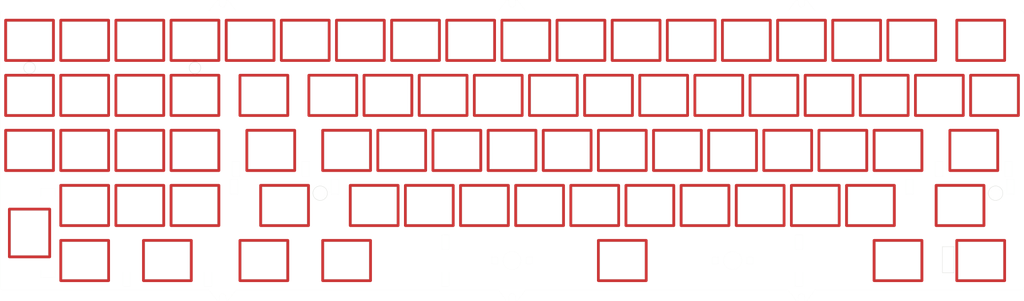
<source format=kicad_pcb>
(kicad_pcb (version 20211014) (generator pcbnew)
  (layers (0 "F.Cu" signal) (31 "B.Cu" signal) (34 "B.Paste" user) (35 "F.Paste" user) (36 "B.SilkS" user "B.Silkscreen") (37 "F.SilkS" user "F.Silkscreen") (38 "B.Mask" user) (39 "F.Mask" user) (44 "Edge.Cuts" user))
  (net 0 "")
  (footprint "Keyboard_Footprints:Plate_Cutout_Alps" (layer "F.Cu") (at 242.8875 114.3)
    (fp_text reference "Plate_Cutout_Alps" hide)
    (fp_text value "" hide)
    (fp_line (start 7.75 6.45) (end -7.75 6.45) (layer "Edge.Cuts") (width 0.1))
    (fp_line (start 7.75 -6.45) (end 7.75 6.45) (layer "Edge.Cuts") (width 0.1))
    (fp_line (start -7.75 -6.45) (end -7.75 6.45) (layer "Edge.Cuts") (width 0.1))
    (fp_line (start 7.75 -6.45) (end -7.75 -6.45) (layer "Edge.Cuts") (width 0.1))
  )
  (footprint "Keyboard_Footprints:Plate_Cutout_Alps" (layer "F.Cu") (at 76.2 95.25)
    (fp_text reference "Plate_Cutout_Alps" hide)
    (fp_text value "" hide)
    (fp_line (start 7.75 -6.45) (end -7.75 -6.45) (layer "Edge.Cuts") (width 0.1))
    (fp_line (start -7.75 -6.45) (end -7.75 6.45) (layer "Edge.Cuts") (width 0.1))
    (fp_line (start 7.75 6.45) (end -7.75 6.45) (layer "Edge.Cuts") (width 0.1))
    (fp_line (start 7.75 -6.45) (end 7.75 6.45) (layer "Edge.Cuts") (width 0.1))
  )
  (footprint "Keyboard_Footprints:Plate_Cutout_Alps" (layer "F.Cu") (at 285.75 38.1)
    (fp_text reference "Plate_Cutout_Alps" hide)
    (fp_text value "" hide)
    (fp_line (start 7.75 -6.45) (end -7.75 -6.45) (layer "Edge.Cuts") (width 0.1))
    (fp_line (start 7.75 -6.45) (end 7.75 6.45) (layer "Edge.Cuts") (width 0.1))
    (fp_line (start -7.75 -6.45) (end -7.75 6.45) (layer "Edge.Cuts") (width 0.1))
    (fp_line (start 7.75 6.45) (end -7.75 6.45) (layer "Edge.Cuts") (width 0.1))
  )
  (footprint "Keyboard_Footprints:Plate_Cutout_Alps" (layer "F.Cu") (at 266.7 38.1)
    (fp_text reference "Plate_Cutout_Alps" hide)
    (fp_text value "" hide)
    (fp_line (start 7.75 -6.45) (end 7.75 6.45) (layer "Edge.Cuts") (width 0.1))
    (fp_line (start -7.75 -6.45) (end -7.75 6.45) (layer "Edge.Cuts") (width 0.1))
    (fp_line (start 7.75 -6.45) (end -7.75 -6.45) (layer "Edge.Cuts") (width 0.1))
    (fp_line (start 7.75 6.45) (end -7.75 6.45) (layer "Edge.Cuts") (width 0.1))
  )
  (footprint "Keyboard_Footprints:Plate_Cutout_Alps" (layer "F.Cu") (at 304.8 38.1)
    (fp_text reference "Plate_Cutout_Alps" hide)
    (fp_text value "" hide)
    (fp_line (start -7.75 -6.45) (end -7.75 6.45) (layer "Edge.Cuts") (width 0.1))
    (fp_line (start 7.75 6.45) (end -7.75 6.45) (layer "Edge.Cuts") (width 0.1))
    (fp_line (start 7.75 -6.45) (end 7.75 6.45) (layer "Edge.Cuts") (width 0.1))
    (fp_line (start 7.75 -6.45) (end -7.75 -6.45) (layer "Edge.Cuts") (width 0.1))
  )
  (footprint "Keyboard_Footprints:Plate_Cutout_Alps" (layer "F.Cu") (at 323.85 38.1)
    (fp_text reference "Plate_Cutout_Alps" hide)
    (fp_text value "" hide)
    (fp_line (start 7.75 6.45) (end -7.75 6.45) (layer "Edge.Cuts") (width 0.1))
    (fp_line (start 7.75 -6.45) (end -7.75 -6.45) (layer "Edge.Cuts") (width 0.1))
    (fp_line (start 7.75 -6.45) (end 7.75 6.45) (layer "Edge.Cuts") (width 0.1))
    (fp_line (start -7.75 -6.45) (end -7.75 6.45) (layer "Edge.Cuts") (width 0.1))
  )
  (footprint "Keyboard_Footprints:Plate_Cutout_Alps" (layer "F.Cu") (at 338.1375 76.2)
    (fp_text reference "Plate_Cutout_Alps" hide)
    (fp_text value "" hide)
    (fp_line (start 7.75 -6.45) (end -7.75 -6.45) (layer "Edge.Cuts") (width 0.1))
    (fp_line (start 7.75 -6.45) (end 7.75 6.45) (layer "Edge.Cuts") (width 0.1))
    (fp_line (start 7.75 6.45) (end -7.75 6.45) (layer "Edge.Cuts") (width 0.1))
    (fp_line (start -7.75 -6.45) (end -7.75 6.45) (layer "Edge.Cuts") (width 0.1))
  )
  (footprint "Keyboard_Footprints:Plate_Cutout_Alps" (layer "F.Cu") (at 95.25 95.25)
    (fp_text reference "Plate_Cutout_Alps" hide)
    (fp_text value "" hide)
    (fp_line (start -7.75 -6.45) (end -7.75 6.45) (layer "Edge.Cuts") (width 0.1))
    (fp_line (start 7.75 -6.45) (end -7.75 -6.45) (layer "Edge.Cuts") (width 0.1))
    (fp_line (start 7.75 6.45) (end -7.75 6.45) (layer "Edge.Cuts") (width 0.1))
    (fp_line (start 7.75 -6.45) (end 7.75 6.45) (layer "Edge.Cuts") (width 0.1))
  )
  (footprint "Keyboard_Footprints:Plate_Cutout_Alps" (layer "F.Cu") (at 38.1 104.775 90)
    (fp_text reference "Plate_Cutout_Alps" hide)
    (fp_text value " " hide)
    (fp_line (start 7.75 -6.45) (end -7.75 -6.45) (layer "Edge.Cuts") (width 0.1))
    (fp_line (start 7.75 -6.45) (end 7.75 6.45) (layer "Edge.Cuts") (width 0.1))
    (fp_line (start -7.75 -6.45) (end -7.75 6.45) (layer "Edge.Cuts") (width 0.1))
    (fp_line (start 7.75 6.45) (end -7.75 6.45) (layer "Edge.Cuts") (width 0.1))
  )
  (footprint "Keyboard_Footprints:Plate_Cutout_Alps" (layer "F.Cu") (at 280.9875 76.2)
    (fp_text reference "Plate_Cutout_Alps" hide)
    (fp_text value "" hide)
    (fp_line (start 7.75 -6.45) (end 7.75 6.45) (layer "Edge.Cuts") (width 0.1))
    (fp_line (start -7.75 -6.45) (end -7.75 6.45) (layer "Edge.Cuts") (width 0.1))
    (fp_line (start 7.75 6.45) (end -7.75 6.45) (layer "Edge.Cuts") (width 0.1))
    (fp_line (start 7.75 -6.45) (end -7.75 -6.45) (layer "Edge.Cuts") (width 0.1))
  )
  (footprint "Keyboard_Footprints:Plate_Cutout_Alps" (layer "F.Cu") (at 57.15 57.15)
    (fp_text reference "Plate_Cutout_Alps" hide)
    (fp_text value "" hide)
    (fp_line (start 7.75 6.45) (end -7.75 6.45) (layer "Edge.Cuts") (width 0.1))
    (fp_line (start 7.75 -6.45) (end -7.75 -6.45) (layer "Edge.Cuts") (width 0.1))
    (fp_line (start -7.75 -6.45) (end -7.75 6.45) (layer "Edge.Cuts") (width 0.1))
    (fp_line (start 7.75 -6.45) (end 7.75 6.45) (layer "Edge.Cuts") (width 0.1))
  )
  (footprint "Keyboard_Footprints:Plate_Cutout_Alps" (layer "F.Cu") (at 366.7125 114.3)
    (fp_text reference "Plate_Cutout_Alps" hide)
    (fp_text value "" hide)
    (fp_line (start 7.75 6.45) (end -7.75 6.45) (layer "Edge.Cuts") (width 0.1))
    (fp_line (start -7.75 -6.45) (end -7.75 6.45) (layer "Edge.Cuts") (width 0.1))
    (fp_line (start 7.75 -6.45) (end 7.75 6.45) (layer "Edge.Cuts") (width 0.1))
    (fp_line (start 7.75 -6.45) (end -7.75 -6.45) (layer "Edge.Cuts") (width 0.1))
  )
  (footprint "Keyboard_Footprints:Plate_Cutout_Alps" (layer "F.Cu") (at 95.25 57.15)
    (fp_text reference "Plate_Cutout_Alps" hide)
    (fp_text value "" hide)
    (fp_line (start 7.75 6.45) (end -7.75 6.45) (layer "Edge.Cuts") (width 0.1))
    (fp_line (start 7.75 -6.45) (end 7.75 6.45) (layer "Edge.Cuts") (width 0.1))
    (fp_line (start 7.75 -6.45) (end -7.75 -6.45) (layer "Edge.Cuts") (width 0.1))
    (fp_line (start -7.75 -6.45) (end -7.75 6.45) (layer "Edge.Cuts") (width 0.1))
  )
  (footprint "Keyboard_Footprints:Plate_Cutout_Alps" (layer "F.Cu") (at 76.2 38.1)
    (fp_text reference "Plate_Cutout_Alps" hide)
    (fp_text value "" hide)
    (fp_line (start 7.75 6.45) (end -7.75 6.45) (layer "Edge.Cuts") (width 0.1))
    (fp_line (start -7.75 -6.45) (end -7.75 6.45) (layer "Edge.Cuts") (width 0.1))
    (fp_line (start 7.75 -6.45) (end -7.75 -6.45) (layer "Edge.Cuts") (width 0.1))
    (fp_line (start 7.75 -6.45) (end 7.75 6.45) (layer "Edge.Cuts") (width 0.1))
  )
  (footprint "Keyboard_Footprints:Plate_Cutout_Alps" (layer "F.Cu") (at 85.725 114.3)
    (fp_text reference "Plate_Cutout_Alps" hide)
    (fp_text value "" hide)
    (fp_line (start 7.75 -6.45) (end 7.75 6.45) (layer "Edge.Cuts") (width 0.1))
    (fp_line (start -7.75 -6.45) (end -7.75 6.45) (layer "Edge.Cuts") (width 0.1))
    (fp_line (start 7.75 6.45) (end -7.75 6.45) (layer "Edge.Cuts") (width 0.1))
    (fp_line (start 7.75 -6.45) (end -7.75 -6.45) (layer "Edge.Cuts") (width 0.1))
  )
  (footprint "Keyboard_Footprints:Plate_Cutout_Alps" (layer "F.Cu") (at 214.3125 95.25)
    (fp_text reference "Plate_Cutout_Alps" hide)
    (fp_text value "" hide)
    (fp_line (start 7.75 -6.45) (end 7.75 6.45) (layer "Edge.Cuts") (width 0.1))
    (fp_line (start 7.75 -6.45) (end -7.75 -6.45) (layer "Edge.Cuts") (width 0.1))
    (fp_line (start 7.75 6.45) (end -7.75 6.45) (layer "Edge.Cuts") (width 0.1))
    (fp_line (start -7.75 -6.45) (end -7.75 6.45) (layer "Edge.Cuts") (width 0.1))
  )
  (footprint "Keyboard_Footprints:Plate_Cutout_Alps" (layer "F.Cu") (at 57.15 38.1)
    (fp_text reference "Plate_Cutout_Alps" hide)
    (fp_text value "" hide)
    (fp_line (start -7.75 -6.45) (end -7.75 6.45) (layer "Edge.Cuts") (width 0.1))
    (fp_line (start 7.75 -6.45) (end -7.75 -6.45) (layer "Edge.Cuts") (width 0.1))
    (fp_line (start 7.75 -6.45) (end 7.75 6.45) (layer "Edge.Cuts") (width 0.1))
    (fp_line (start 7.75 6.45) (end -7.75 6.45) (layer "Edge.Cuts") (width 0.1))
  )
  (footprint "Keyboard_Footprints:Plate_Cutout_Alps" (layer "F.Cu") (at 223.8375 76.2)
    (fp_text reference "Plate_Cutout_Alps" hide)
    (fp_text value "" hide)
    (fp_line (start 7.75 -6.45) (end -7.75 -6.45) (layer "Edge.Cuts") (width 0.1))
    (fp_line (start 7.75 -6.45) (end 7.75 6.45) (layer "Edge.Cuts") (width 0.1))
    (fp_line (start 7.75 6.45) (end -7.75 6.45) (layer "Edge.Cuts") (width 0.1))
    (fp_line (start -7.75 -6.45) (end -7.75 6.45) (layer "Edge.Cuts") (width 0.1))
  )
  (footprint "Keyboard_Footprints:Plate_Cutout_Alps" (layer "F.Cu") (at 366.7125 38.1)
    (fp_text reference "Plate_Cutout_Alps" hide)
    (fp_text value "" hide)
    (fp_line (start 7.75 -6.45) (end 7.75 6.45) (layer "Edge.Cuts") (width 0.1))
    (fp_line (start 7.75 6.45) (end -7.75 6.45) (layer "Edge.Cuts") (width 0.1))
    (fp_line (start 7.75 -6.45) (end -7.75 -6.45) (layer "Edge.Cuts") (width 0.1))
    (fp_line (start -7.75 -6.45) (end -7.75 6.45) (layer "Edge.Cuts") (width 0.1))
  )
  (footprint "Keyboard_Footprints:Plate_Cutout_Alps" (layer "F.Cu") (at 119.0625 57.15)
    (fp_text reference "Plate_Cutout_Alps" hide)
    (fp_text value "" hide)
    (fp_line (start -7.75 -6.45) (end -7.75 6.45) (layer "Edge.Cuts") (width 0.1))
    (fp_line (start 7.75 6.45) (end -7.75 6.45) (layer "Edge.Cuts") (width 0.1))
    (fp_line (start 7.75 -6.45) (end 7.75 6.45) (layer "Edge.Cuts") (width 0.1))
    (fp_line (start 7.75 -6.45) (end -7.75 -6.45) (layer "Edge.Cuts") (width 0.1))
  )
  (footprint "Keyboard_Footprints:Plate_Cutout_Alps" (layer "F.Cu") (at 204.7875 76.2)
    (fp_text reference "Plate_Cutout_Alps" hide)
    (fp_text value "" hide)
    (fp_line (start -7.75 -6.45) (end -7.75 6.45) (layer "Edge.Cuts") (width 0.1))
    (fp_line (start 7.75 -6.45) (end 7.75 6.45) (layer "Edge.Cuts") (width 0.1))
    (fp_line (start 7.75 -6.45) (end -7.75 -6.45) (layer "Edge.Cuts") (width 0.1))
    (fp_line (start 7.75 6.45) (end -7.75 6.45) (layer "Edge.Cuts") (width 0.1))
  )
  (footprint "Keyboard_Footprints:Plate_Cutout_Alps" (layer "F.Cu") (at 300.0375 76.2)
    (fp_text reference "Plate_Cutout_Alps" hide)
    (fp_text value "" hide)
    (fp_line (start 7.75 -6.45) (end -7.75 -6.45) (layer "Edge.Cuts") (width 0.1))
    (fp_line (start 7.75 6.45) (end -7.75 6.45) (layer "Edge.Cuts") (width 0.1))
    (fp_line (start 7.75 -6.45) (end 7.75 6.45) (layer "Edge.Cuts") (width 0.1))
    (fp_line (start -7.75 -6.45) (end -7.75 6.45) (layer "Edge.Cuts") (width 0.1))
  )
  (footprint "Keyboard_Footprints:Plate_Cutout_Alps" (layer "F.Cu") (at 228.6 38.1)
    (fp_text reference "Plate_Cutout_Alps" hide)
    (fp_text value "" hide)
    (fp_line (start -7.75 -6.45) (end -7.75 6.45) (layer "Edge.Cuts") (width 0.1))
    (fp_line (start 7.75 -6.45) (end 7.75 6.45) (layer "Edge.Cuts") (width 0.1))
    (fp_line (start 7.75 -6.45) (end -7.75 -6.45) (layer "Edge.Cuts") (width 0.1))
    (fp_line (start 7.75 6.45) (end -7.75 6.45) (layer "Edge.Cuts") (width 0.1))
  )
  (footprint "Keyboard_Footprints:Plate_Cutout_Alps" (layer "F.Cu") (at 276.225 57.15)
    (fp_text reference "Plate_Cutout_Alps" hide)
    (fp_text value "" hide)
    (fp_line (start 7.75 -6.45) (end -7.75 -6.45) (layer "Edge.Cuts") (width 0.1))
    (fp_line (start 7.75 6.45) (end -7.75 6.45) (layer "Edge.Cuts") (width 0.1))
    (fp_line (start -7.75 -6.45) (end -7.75 6.45) (layer "Edge.Cuts") (width 0.1))
    (fp_line (start 7.75 -6.45) (end 7.75 6.45) (layer "Edge.Cuts") (width 0.1))
  )
  (footprint "Keyboard_Footprints:Plate_Cutout_Alps" (layer "F.Cu") (at 290.5125 95.25)
    (fp_text reference "Plate_Cutout_Alps" hide)
    (fp_text value "" hide)
    (fp_line (start 7.75 6.45) (end -7.75 6.45) (layer "Edge.Cuts") (width 0.1))
    (fp_line (start -7.75 -6.45) (end -7.75 6.45) (layer "Edge.Cuts") (width 0.1))
    (fp_line (start 7.75 -6.45) (end -7.75 -6.45) (layer "Edge.Cuts") (width 0.1))
    (fp_line (start 7.75 -6.45) (end 7.75 6.45) (layer "Edge.Cuts") (width 0.1))
  )
  (footprint "Keyboard_Footprints:Plate_Cutout_Alps" (layer "F.Cu") (at 371.475 57.15)
    (fp_text reference "Plate_Cutout_Alps" hide)
    (fp_text value "" hide)
    (fp_line (start 7.75 6.45) (end -7.75 6.45) (layer "Edge.Cuts") (width 0.1))
    (fp_line (start -7.75 -6.45) (end -7.75 6.45) (layer "Edge.Cuts") (width 0.1))
    (fp_line (start 7.75 -6.45) (end -7.75 -6.45) (layer "Edge.Cuts") (width 0.1))
    (fp_line (start 7.75 -6.45) (end 7.75 6.45) (layer "Edge.Cuts") (width 0.1))
  )
  (footprint "Keyboard_Footprints:Plate_Cutout_Alps" (layer "F.Cu") (at 233.3625 95.25)
    (fp_text reference "Plate_Cutout_Alps" hide)
    (fp_text value "" hide)
    (fp_line (start 7.75 -6.45) (end 7.75 6.45) (layer "Edge.Cuts") (width 0.1))
    (fp_line (start 7.75 -6.45) (end -7.75 -6.45) (layer "Edge.Cuts") (width 0.1))
    (fp_line (start -7.75 -6.45) (end -7.75 6.45) (layer "Edge.Cuts") (width 0.1))
    (fp_line (start 7.75 6.45) (end -7.75 6.45) (layer "Edge.Cuts") (width 0.1))
  )
  (footprint "Keyboard_Footprints:Plate_Cutout_Alps" (layer "F.Cu") (at 147.6375 114.3)
    (fp_text reference "Plate_Cutout_Alps" hide)
    (fp_text value "" hide)
    (fp_line (start 7.75 -6.45) (end -7.75 -6.45) (layer "Edge.Cuts") (width 0.1))
    (fp_line (start 7.75 6.45) (end -7.75 6.45) (layer "Edge.Cuts") (width 0.1))
    (fp_line (start -7.75 -6.45) (end -7.75 6.45) (layer "Edge.Cuts") (width 0.1))
    (fp_line (start 7.75 -6.45) (end 7.75 6.45) (layer "Edge.Cuts") (width 0.1))
  )
  (footprint "Keyboard_Footprints:Plate_Cutout_Alps" (layer "F.Cu") (at 180.975 57.15)
    (fp_text reference "Plate_Cutout_Alps" hide)
    (fp_text value "" hide)
    (fp_line (start 7.75 -6.45) (end 7.75 6.45) (layer "Edge.Cuts") (width 0.1))
    (fp_line (start -7.75 -6.45) (end -7.75 6.45) (layer "Edge.Cuts") (width 0.1))
    (fp_line (start 7.75 6.45) (end -7.75 6.45) (layer "Edge.Cuts") (width 0.1))
    (fp_line (start 7.75 -6.45) (end -7.75 -6.45) (layer "Edge.Cuts") (width 0.1))
  )
  (footprint "Keyboard_Footprints:Plate_Cutout_Alps" (layer "F.Cu") (at 57.15 114.3)
    (fp_text reference "Plate_Cutout_Alps" hide)
    (fp_text value "" hide)
    (fp_line (start -7.75 -6.45) (end -7.75 6.45) (layer "Edge.Cuts") (width 0.1))
    (fp_line (start 7.75 -6.45) (end -7.75 -6.45) (layer "Edge.Cuts") (width 0.1))
    (fp_line (start 7.75 -6.45) (end 7.75 6.45) (layer "Edge.Cuts") (width 0.1))
    (fp_line (start 7.75 6.45) (end -7.75 6.45) (layer "Edge.Cuts") (width 0.1))
  )
  (footprint "Keyboard_Footprints:Plate_Cutout_Alps" (layer "F.Cu") (at 76.2 57.15)
    (fp_text reference "Plate_Cutout_Alps" hide)
    (fp_text value "" hide)
    (fp_line (start 7.75 -6.45) (end 7.75 6.45) (layer "Edge.Cuts") (width 0.1))
    (fp_line (start 7.75 6.45) (end -7.75 6.45) (layer "Edge.Cuts") (width 0.1))
    (fp_line (start 7.75 -6.45) (end -7.75 -6.45) (layer "Edge.Cuts") (width 0.1))
    (fp_line (start -7.75 -6.45) (end -7.75 6.45) (layer "Edge.Cuts") (width 0.1))
  )
  (footprint "Keyboard_Footprints:Plate_Cutout_Alps" (layer "F.Cu") (at 147.6375 76.2)
    (fp_text reference "Plate_Cutout_Alps" hide)
    (fp_text value "" hide)
    (fp_line (start 7.75 -6.45) (end -7.75 -6.45) (layer "Edge.Cuts") (width 0.1))
    (fp_line (start 7.75 -6.45) (end 7.75 6.45) (layer "Edge.Cuts") (width 0.1))
    (fp_line (start -7.75 -6.45) (end -7.75 6.45) (layer "Edge.Cuts") (width 0.1))
    (fp_line (start 7.75 6.45) (end -7.75 6.45) (layer "Edge.Cuts") (width 0.1))
  )
  (footprint "Keyboard_Footprints:Plate_Cutout_Alps" (layer "F.Cu") (at 185.7375 76.2)
    (fp_text reference "Plate_Cutout_Alps" hide)
    (fp_text value "" hide)
    (fp_line (start 7.75 -6.45) (end -7.75 -6.45) (layer "Edge.Cuts") (width 0.1))
    (fp_line (start 7.75 6.45) (end -7.75 6.45) (layer "Edge.Cuts") (width 0.1))
    (fp_line (start 7.75 -6.45) (end 7.75 6.45) (layer "Edge.Cuts") (width 0.1))
    (fp_line (start -7.75 -6.45) (end -7.75 6.45) (layer "Edge.Cuts") (width 0.1))
  )
  (footprint "Keyboard_Footprints:Plate_Cutout_Alps" (layer "F.Cu") (at 257.175 57.15)
    (fp_text reference "Plate_Cutout_Alps" hide)
    (fp_text value "" hide)
    (fp_line (start 7.75 6.45) (end -7.75 6.45) (layer "Edge.Cuts") (width 0.1))
    (fp_line (start 7.75 -6.45) (end 7.75 6.45) (layer "Edge.Cuts") (width 0.1))
    (fp_line (start -7.75 -6.45) (end -7.75 6.45) (layer "Edge.Cuts") (width 0.1))
    (fp_line (start 7.75 -6.45) (end -7.75 -6.45) (layer "Edge.Cuts") (width 0.1))
  )
  (footprint "Keyboard_Footprints:Plate_Cutout_Alps" (layer "F.Cu") (at 271.4625 95.25)
    (fp_text reference "Plate_Cutout_Alps" hide)
    (fp_text value "" hide)
    (fp_line (start 7.75 6.45) (end -7.75 6.45) (layer "Edge.Cuts") (width 0.1))
    (fp_line (start -7.75 -6.45) (end -7.75 6.45) (layer "Edge.Cuts") (width 0.1))
    (fp_line (start 7.75 -6.45) (end -7.75 -6.45) (layer "Edge.Cuts") (width 0.1))
    (fp_line (start 7.75 -6.45) (end 7.75 6.45) (layer "Edge.Cuts") (width 0.1))
  )
  (footprint "Keyboard_Footprints:Plate_Cutout_Alps" (layer "F.Cu") (at 38.1 38.1)
    (fp_text reference "Plate_Cutout_Alps" hide)
    (fp_text value "" hide)
    (fp_line (start 7.75 6.45) (end -7.75 6.45) (layer "Edge.Cuts") (width 0.1))
    (fp_line (start -7.75 -6.45) (end -7.75 6.45) (layer "Edge.Cuts") (width 0.1))
    (fp_line (start 7.75 -6.45) (end 7.75 6.45) (layer "Edge.Cuts") (width 0.1))
    (fp_line (start 7.75 -6.45) (end -7.75 -6.45) (layer "Edge.Cuts") (width 0.1))
  )
  (footprint "Keyboard_Footprints:Plate_Cutout_Alps" (layer "F.Cu") (at 157.1625 95.25)
    (fp_text reference "Plate_Cutout_Alps" hide)
    (fp_text value "" hide)
    (fp_line (start 7.75 -6.45) (end -7.75 -6.45) (layer "Edge.Cuts") (width 0.1))
    (fp_line (start -7.75 -6.45) (end -7.75 6.45) (layer "Edge.Cuts") (width 0.1))
    (fp_line (start 7.75 6.45) (end -7.75 6.45) (layer "Edge.Cuts") (width 0.1))
    (fp_line (start 7.75 -6.45) (end 7.75 6.45) (layer "Edge.Cuts") (width 0.1))
  )
  (footprint "Keyboard_Footprints:Plate_Cutout_Alps" (layer "F.Cu") (at 161.925 57.15)
    (fp_text reference "Plate_Cutout_Alps" hide)
    (fp_text value "" hide)
    (fp_line (start 7.75 -6.45) (end 7.75 6.45) (layer "Edge.Cuts") (width 0.1))
    (fp_line (start 7.75 6.45) (end -7.75 6.45) (layer "Edge.Cuts") (width 0.1))
    (fp_line (start -7.75 -6.45) (end -7.75 6.45) (layer "Edge.Cuts") (width 0.1))
    (fp_line (start 7.75 -6.45) (end -7.75 -6.45) (layer "Edge.Cuts") (width 0.1))
  )
  (footprint "Keyboard_Footprints:Plate_Cutout_Alps" (layer "F.Cu") (at 219.075 57.15)
    (fp_text reference "Plate_Cutout_Alps" hide)
    (fp_text value "" hide)
    (fp_line (start 7.75 6.45) (end -7.75 6.45) (layer "Edge.Cuts") (width 0.1))
    (fp_line (start 7.75 -6.45) (end 7.75 6.45) (layer "Edge.Cuts") (width 0.1))
    (fp_line (start -7.75 -6.45) (end -7.75 6.45) (layer "Edge.Cuts") (width 0.1))
    (fp_line (start 7.75 -6.45) (end -7.75 -6.45) (layer "Edge.Cuts") (width 0.1))
  )
  (footprint "Keyboard_Footprints:Plate_Cutout_Alps" (layer "F.Cu") (at 38.1 57.15)
    (fp_text reference "Plate_Cutout_Alps" hide)
    (fp_text value "" hide)
    (fp_line (start 7.75 -6.45) (end -7.75 -6.45) (layer "Edge.Cuts") (width 0.1))
    (fp_line (start 7.75 6.45) (end -7.75 6.45) (layer "Edge.Cuts") (width 0.1))
    (fp_line (start -7.75 -6.45) (end -7.75 6.45) (layer "Edge.Cuts") (width 0.1))
    (fp_line (start 7.75 -6.45) (end 7.75 6.45) (layer "Edge.Cuts") (width 0.1))
  )
  (footprint "Keyboard_Footprints:Plate_Cutout_Alps" (layer "F.Cu") (at 190.5 38.1)
    (fp_text reference "Plate_Cutout_Alps" hide)
    (fp_text value "" hide)
    (fp_line (start 7.75 -6.45) (end -7.75 -6.45) (layer "Edge.Cuts") (width 0.1))
    (fp_line (start -7.75 -6.45) (end -7.75 6.45) (layer "Edge.Cuts") (width 0.1))
    (fp_line (start 7.75 6.45) (end -7.75 6.45) (layer "Edge.Cuts") (width 0.1))
    (fp_line (start 7.75 -6.45) (end 7.75 6.45) (layer "Edge.Cuts") (width 0.1))
  )
  (footprint "Keyboard_Footprints:Plate_Cutout_Alps" (layer "F.Cu") (at 314.325 57.15)
    (fp_text reference "Plate_Cutout_Alps" hide)
    (fp_text value "" hide)
    (fp_line (start -7.75 -6.45) (end -7.75 6.45) (layer "Edge.Cuts") (width 0.1))
    (fp_line (start 7.75 -6.45) (end -7.75 -6.45) (layer "Edge.Cuts") (width 0.1))
    (fp_line (start 7.75 6.45) (end -7.75 6.45) (layer "Edge.Cuts") (width 0.1))
    (fp_line (start 7.75 -6.45) (end 7.75 6.45) (layer "Edge.Cuts") (width 0.1))
  )
  (footprint "Keyboard_Footprints:Plate_Cutout_Alps" (layer "F.Cu") (at 247.65 38.1)
    (fp_text reference "Plate_Cutout_Alps" hide)
    (fp_text value "" hide)
    (fp_line (start 7.75 -6.45) (end 7.75 6.45) (layer "Edge.Cuts") (width 0.1))
    (fp_line (start -7.75 -6.45) (end -7.75 6.45) (layer "Edge.Cuts") (width 0.1))
    (fp_line (start 7.75 6.45) (end -7.75 6.45) (layer "Edge.Cuts") (width 0.1))
    (fp_line (start 7.75 -6.45) (end -7.75 -6.45) (layer "Edge.Cuts") (width 0.1))
  )
  (footprint "Keyboard_Footprints:Plate_Cutout_Alps" (layer "F.Cu") (at 126.20625 95.25)
    (fp_text reference "Plate_Cutout_Alps" hide)
    (fp_text value "" hide)
    (fp_line (start 7.75 -6.45) (end -7.75 -6.45) (layer "Edge.Cuts") (width 0.1))
    (fp_line (start -7.75 -6.45) (end -7.75 6.45) (layer "Edge.Cuts") (width 0.1))
    (fp_line (start 7.75 6.45) (end -7.75 6.45) (layer "Edge.Cuts") (width 0.1))
    (fp_line (start 7.75 -6.45) (end 7.75 6.45) (layer "Edge.Cuts") (width 0.1))
  )
  (footprint "Keyboard_Footprints:Plate_Cutout_Alps" (layer "F.Cu") (at 95.25 38.1)
    (fp_text reference "Plate_Cutout_Alps" hide)
    (fp_text value "" hide)
    (fp_line (start 7.75 -6.45) (end 7.75 6.45) (layer "Edge.Cuts") (width 0.1))
    (fp_line (start -7.75 -6.45) (end -7.75 6.45) (layer "Edge.Cuts") (width 0.1))
    (fp_line (start 7.75 6.45) (end -7.75 6.45) (layer "Edge.Cuts") (width 0.1))
    (fp_line (start 7.75 -6.45) (end -7.75 -6.45) (layer "Edge.Cuts") (width 0.1))
  )
  (footprint "Keyboard_Footprints:Plate_Cutout_Alps" (layer "F.Cu") (at 195.2625 95.25)
    (fp_text reference "Plate_Cutout_Alps" hide)
    (fp_text value "" hide)
    (fp_line (start 7.75 6.45) (end -7.75 6.45) (layer "Edge.Cuts") (width 0.1))
    (fp_line (start 7.75 -6.45) (end -7.75 -6.45) (layer "Edge.Cuts") (width 0.1))
    (fp_line (start 7.75 -6.45) (end 7.75 6.45) (layer "Edge.Cuts") (width 0.1))
    (fp_line (start -7.75 -6.45) (end -7.75 6.45) (layer "Edge.Cuts") (width 0.1))
  )
  (footprint "Keyboard_Footprints:Plate_Cutout_Alps" (layer "F.Cu") (at 152.4 38.1)
    (fp_text reference "Plate_Cutout_Alps" hide)
    (fp_text value "" hide)
    (fp_line (start 7.75 6.45) (end -7.75 6.45) (layer "Edge.Cuts") (width 0.1))
    (fp_line (start 7.75 -6.45) (end -7.75 -6.45) (layer "Edge.Cuts") (width 0.1))
    (fp_line (start -7.75 -6.45) (end -7.75 6.45) (layer "Edge.Cuts") (width 0.1))
    (fp_line (start 7.75 -6.45) (end 7.75 6.45) (layer "Edge.Cuts") (width 0.1))
  )
  (footprint "Keyboard_Footprints:Plate_Cutout_Alps" (layer "F.Cu") (at 57.15 76.2)
    (fp_text reference "Plate_Cutout_Alps" hide)
    (fp_text value "" hide)
    (fp_line (start 7.75 6.45) (end -7.75 6.45) (layer "Edge.Cuts") (width 0.1))
    (fp_line (start -7.75 -6.45) (end -7.75 6.45) (layer "Edge.Cuts") (width 0.1))
    (fp_line (start 7.75 -6.45) (end -7.75 -6.45) (layer "Edge.Cuts") (width 0.1))
    (fp_line (start 7.75 -6.45) (end 7.75 6.45) (layer "Edge.Cuts") (width 0.1))
  )
  (footprint "Keyboard_Footprints:Plate_Cutout_Alps" (layer "F.Cu") (at 171.45 38.1)
    (fp_text reference "Plate_Cutout_Alps" hide)
    (fp_text value "" hide)
    (fp_line (start 7.75 -6.45) (end 7.75 6.45) (layer "Edge.Cuts") (width 0.1))
    (fp_line (start 7.75 -6.45) (end -7.75 -6.45) (layer "Edge.Cuts") (width 0.1))
    (fp_line (start 7.75 6.45) (end -7.75 6.45) (layer "Edge.Cuts") (width 0.1))
    (fp_line (start -7.75 -6.45) (end -7.75 6.45) (layer "Edge.Cuts") (width 0.1))
  )
  (footprint "Keyboard_Footprints:Plate_Cutout_Alps" (layer "F.Cu") (at 352.425 57.15)
    (fp_text reference "Plate_Cutout_Alps" hide)
    (fp_text value "" hide)
    (fp_line (start 7.75 6.45) (end -7.75 6.45) (layer "Edge.Cuts") (width 0.1))
    (fp_line (start 7.75 -6.45) (end 7.75 6.45) (layer "Edge.Cuts") (width 0.1))
    (fp_line (start 7.75 -6.45) (end -7.75 -6.45) (layer "Edge.Cuts") (width 0.1))
    (fp_line (start -7.75 -6.45) (end -7.75 6.45) (layer "Edge.Cuts") (width 0.1))
  )
  (footprint "Keyboard_Footprints:Plate_Cutout_Alps" (layer "F.Cu") (at 121.44375 76.2)
    (fp_text reference "Plate_Cutout_Alps" hide)
    (fp_text value "" hide)
    (fp_line (start 7.75 -6.45) (end -7.75 -6.45) (layer "Edge.Cuts") (width 0.1))
    (fp_line (start 7.75 -6.45) (end 7.75 6.45) (layer "Edge.Cuts") (width 0.1))
    (fp_line (start 7.75 6.45) (end -7.75 6.45) (layer "Edge.Cuts") (width 0.1))
    (fp_line (start -7.75 -6.45) (end -7.75 6.45) (layer "Edge.Cuts") (width 0.1))
  )
  (footprint "Keyboard_Footprints:Plate_Cutout_Alps" (layer "F.Cu") (at 319.0875 76.2)
    (fp_text reference "Plate_Cutout_Alps" hide)
    (fp_text value "" hide)
    (fp_line (start 7.75 6.45) (end -7.75 6.45) (layer "Edge.Cuts") (width 0.1))
    (fp_line (start -7.75 -6.45) (end -7.75 6.45) (layer "Edge.Cuts") (width 0.1))
    (fp_line (start 7.75 -6.45) (end 7.75 6.45) (layer "Edge.Cuts") (width 0.1))
    (fp_line (start 7.75 -6.45) (end -7.75 -6.45) (layer "Edge.Cuts") (width 0.1))
  )
  (footprint "Keyboard_Footprints:Plate_Cutout_Alps" (layer "F.Cu") (at 309.5625 95.25)
    (fp_text reference "Plate_Cutout_Alps" hide)
    (fp_text value "" hide)
    (fp_line (start -7.75 -6.45) (end -7.75 6.45) (layer "Edge.Cuts") (width 0.1))
    (fp_line (start 7.75 6.45) (end -7.75 6.45) (layer "Edge.Cuts") (width 0.1))
    (fp_line (start 7.75 -6.45) (end 7.75 6.45) (layer "Edge.Cuts") (width 0.1))
    (fp_line (start 7.75 -6.45) (end -7.75 -6.45) (layer "Edge.Cuts") (width 0.1))
  )
  (footprint "Keyboard_Footprints:Plate_Cutout_Alps" (layer "F.Cu") (at 342.9 38.1)
    (fp_text reference "Plate_Cutout_Alps" hide)
    (fp_text value "" hide)
    (fp_line (start -7.75 -6.45) (end -7.75 6.45) (layer "Edge.Cuts") (width 0.1))
    (fp_line (start 7.75 6.45) (end -7.75 6.45) (layer "Edge.Cuts") (width 0.1))
    (fp_line (start 7.75 -6.45) (end -7.75 -6.45) (layer "Edge.Cuts") (width 0.1))
    (fp_line (start 7.75 -6.45) (end 7.75 6.45) (layer "Edge.Cuts") (width 0.1))
  )
  (footprint "Keyboard_Footprints:Plate_Cutout_Alps" (layer "F.Cu") (at 295.275 57.15)
    (fp_text reference "Plate_Cutout_Alps" hide)
    (fp_text value "" hide)
    (fp_line (start 7.75 -6.45) (end 7.75 6.45) (layer "Edge.Cuts") (width 0.1))
    (fp_line (start 7.75 6.45) (end -7.75 6.45) (layer "Edge.Cuts") (width 0.1))
    (fp_line (start -7.75 -6.45) (end -7.75 6.45) (layer "Edge.Cuts") (width 0.1))
    (fp_line (start 7.75 -6.45) (end -7.75 -6.45) (layer "Edge.Cuts") (width 0.1))
  )
  (footprint "Keyboard_Footprints:Plate_Cutout_Alps" (layer "F.Cu") (at 76.2 76.2)
    (fp_text reference "Plate_Cutout_Alps" hide)
    (fp_text value "" hide)
    (fp_line (start -7.75 -6.45) (end -7.75 6.45) (layer "Edge.Cuts") (width 0.1))
    (fp_line (start 7.75 -6.45) (end -7.75 -6.45) (layer "Edge.Cuts") (width 0.1))
    (fp_line (start 7.75 -6.45) (end 7.75 6.45) (layer "Edge.Cuts") (width 0.1))
    (fp_line (start 7.75 6.45) (end -7.75 6.45) (layer "Edge.Cuts") (width 0.1))
  )
  (footprint "Keyboard_Footprints:Plate_Cutout_Alps" (layer "F.Cu") (at 338.1375 114.3)
    (fp_text reference "Plate_Cutout_Alps" hide)
    (fp_text value "" hide)
    (fp_line (start 7.75 6.45) (end -7.75 6.45) (layer "Edge.Cuts") (width 0.1))
    (fp_line (start -7.75 -6.45) (end -7.75 6.45) (layer "Edge.Cuts") (width 0.1))
    (fp_line (start 7.75 -6.45) (end 7.75 6.45) (layer "Edge.Cuts") (width 0.1))
    (fp_line (start 7.75 -6.45) (end -7.75 -6.45) (layer "Edge.Cuts") (width 0.1))
  )
  (footprint "Keyboard_Footprints:Plate_Cutout_Alps" (layer "F.Cu") (at 364.33125 76.2)
    (fp_text reference "Plate_Cutout_Alps" hide)
    (fp_text value "" hide)
    (fp_line (start 7.75 -6.45) (end -7.75 -6.45) (layer "Edge.Cuts") (width 0.1))
    (fp_line (start 7.75 -6.45) (end 7.75 6.45) (layer "Edge.Cuts") (width 0.1))
    (fp_line (start 7.75 6.45) (end -7.75 6.45) (layer "Edge.Cuts") (width 0.1))
    (fp_line (start -7.75 -6.45) (end -7.75 6.45) (layer "Edge.Cuts") (width 0.1))
  )
  (footprint "Keyboard_Footprints:Plate_Cutout_Alps" (layer "F.Cu") (at 252.4125 95.25)
    (fp_text reference "Plate_Cutout_Alps" hide)
    (fp_text value "" hide)
    (fp_line (start 7.75 -6.45) (end 7.75 6.45) (layer "Edge.Cuts") (width 0.1))
    (fp_line (start 7.75 -6.45) (end -7.75 -6.45) (layer "Edge.Cuts") (width 0.1))
    (fp_line (start 7.75 6.45) (end -7.75 6.45) (layer "Edge.Cuts") (width 0.1))
    (fp_line (start -7.75 -6.45) (end -7.75 6.45) (layer "Edge.Cuts") (width 0.1))
  )
  (footprint "Keyboard_Footprints:Plate_Cutout_Alps" (layer "F.Cu") (at 119.0625 114.3)
    (fp_text reference "Plate_Cutout_Alps" hide)
    (fp_text value "" hide)
    (fp_line (start 7.75 6.45) (end -7.75 6.45) (layer "Edge.Cuts") (width 0.1))
    (fp_line (start 7.75 -6.45) (end -7.75 -6.45) (layer "Edge.Cuts") (width 0.1))
    (fp_line (start 7.75 -6.45) (end 7.75 6.45) (layer "Edge.Cuts") (width 0.1))
    (fp_line (start -7.75 -6.45) (end -7.75 6.45) (layer "Edge.Cuts") (width 0.1))
  )
  (footprint "Keyboard_Footprints:Plate_Cutout_Alps" (layer "F.Cu") (at 209.55 38.1)
    (fp_text reference "Plate_Cutout_Alps" hide)
    (fp_text value "" hide)
    (fp_line (start 7.75 -6.45) (end 7.75 6.45) (layer "Edge.Cuts") (width 0.1))
    (fp_line (start -7.75 -6.45) (end -7.75 6.45) (layer "Edge.Cuts") (width 0.1))
    (fp_line (start 7.75 6.45) (end -7.75 6.45) (layer "Edge.Cuts") (width 0.1))
    (fp_line (start 7.75 -6.45) (end -7.75 -6.45) (layer "Edge.Cuts") (width 0.1))
  )
  (footprint "Keyboard_Footprints:Plate_Cutout_Alps" (layer "F.Cu") (at 114.3 38.1)
    (fp_text reference "Plate_Cutout_Alps" hide)
    (fp_text value "" hide)
    (fp_line (start 7.75 6.45) (end -7.75 6.45) (layer "Edge.Cuts") (width 0.1))
    (fp_line (start -7.75 -6.45) (end -7.75 6.45) (layer "Edge.Cuts") (width 0.1))
    (fp_line (start 7.75 -6.45) (end 7.75 6.45) (layer "Edge.Cuts") (width 0.1))
    (fp_line (start 7.75 -6.45) (end -7.75 -6.45) (layer "Edge.Cuts") (width 0.1))
  )
  (footprint "Keyboard_Footprints:Plate_Cutout_Alps" (layer "F.Cu") (at 38.1 76.2)
    (fp_text reference "Plate_Cutout_Alps" hide)
    (fp_text value "" hide)
    (fp_line (start 7.75 6.45) (end -7.75 6.45) (layer "Edge.Cuts") (width 0.1))
    (fp_line (start 7.75 -6.45) (end 7.75 6.45) (layer "Edge.Cuts") (width 0.1))
    (fp_line (start 7.75 -6.45) (end -7.75 -6.45) (layer "Edge.Cuts") (width 0.1))
    (fp_line (start -7.75 -6.45) (end -7.75 6.45) (layer "Edge.Cuts") (width 0.1))
  )
  (footprint "Keyboard_Footprints:Plate_Cutout_Alps" (layer "F.Cu") (at 133.35 38.1)
    (fp_text reference "Plate_Cutout_Alps" hide)
    (fp_text value "" hide)
    (fp_line (start 7.75 6.45) (end -7.75 6.45) (layer "Edge.Cuts") (width 0.1))
    (fp_line (start -7.75 -6.45) (end -7.75 6.45) (layer "Edge.Cuts") (width 0.1))
    (fp_line (start 7.75 -6.45) (end 7.75 6.45) (layer "Edge.Cuts") (width 0.1))
    (fp_line (start 7.75 -6.45) (end -7.75 -6.45) (layer "Edge.Cuts") (width 0.1))
  )
  (footprint "Keyboard_Footprints:Plate_Cutout_Alps" (layer "F.Cu") (at 176.2125 95.25)
    (fp_text reference "Plate_Cutout_Alps" hide)
    (fp_text value "" hide)
    (fp_line (start 7.75 6.45) (end -7.75 6.45) (layer "Edge.Cuts") (width 0.1))
    (fp_line (start -7.75 -6.45) (end -7.75 6.45) (layer "Edge.Cuts") (width 0.1))
    (fp_line (start 7.75 -6.45) (end 7.75 6.45) (layer "Edge.Cuts") (width 0.1))
    (fp_line (start 7.75 -6.45) (end -7.75 -6.45) (layer "Edge.Cuts") (width 0.1))
  )
  (footprint "Keyboard_Footprints:Plate_Cutout_Alps" (layer "F.Cu") (at 242.8875 76.2)
    (fp_text reference "Plate_Cutout_Alps" hide)
    (fp_text value "" hide)
    (fp_line (start 7.75 -6.45) (end 7.75 6.45) (layer "Edge.Cuts") (width 0.1))
    (fp_line (start -7.75 -6.45) (end -7.75 6.45) (layer "Edge.Cuts") (width 0.1))
    (fp_line (start 7.75 6.45) (end -7.75 6.45) (layer "Edge.Cuts") (width 0.1))
    (fp_line (start 7.75 -6.45) (end -7.75 -6.45) (layer "Edge.Cuts") (width 0.1))
  )
  (footprint "Keyboard_Footprints:Plate_Cutout_Alps" (layer "F.Cu") (at 166.6875 76.2)
    (fp_text reference "Plate_Cutout_Alps" hide)
    (fp_text value "" hide)
    (fp_line (start 7.75 6.45) (end -7.75 6.45) (layer "Edge.Cuts") (width 0.1))
    (fp_line (start -7.75 -6.45) (end -7.75 6.45) (layer "Edge.Cuts") (width 0.1))
    (fp_line (start 7.75 -6.45) (end -7.75 -6.45) (layer "Edge.Cuts") (width 0.1))
    (fp_line (start 7.75 -6.45) (end 7.75 6.45) (layer "Edge.Cuts") (width 0.1))
  )
  (footprint "Keyboard_Footprints:Plate_Cutout_Alps" (layer "F.Cu") (at 261.9375 76.2)
    (fp_text reference "Plate_Cutout_Alps" hide)
    (fp_text value "" hide)
    (fp_line (start 7.75 6.45) (end -7.75 6.45) (layer "Edge.Cuts") (width 0.1))
    (fp_line (start 7.75 -6.45) (end 7.75 6.45) (layer "Edge.Cuts") (width 0.1))
    (fp_line (start 7.75 -6.45) (end -7.75 -6.45) (layer "Edge.Cuts") (width 0.1))
    (fp_line (start -7.75 -6.45) (end -7.75 6.45) (layer "Edge.Cuts") (width 0.1))
  )
  (footprint "Keyboard_Footprints:Plate_Cutout_Alps" (layer "F.Cu") (at 359.56875 95.25)
    (fp_text reference "Plate_Cutout_Alps" hide)
    (fp_text value "" hide)
    (fp_line (start 7.75 6.45) (end -7.75 6.45) (layer "Edge.Cuts") (width 0.1))
    (fp_line (start -7.75 -6.45) (end -7.75 6.45) (layer "Edge.Cuts") (width 0.1))
    (fp_line (start 7.75 -6.45) (end 7.75 6.45) (layer "Edge.Cuts") (width 0.1))
    (fp_line (start 7.75 -6.45) (end -7.75 -6.45) (layer "Edge.Cuts") (width 0.1))
  )
  (footprint "Keyboard_Footprints:Plate_Cutout_Alps" (layer "F.Cu") (at 95.25 76.2)
    (fp_text reference "Plate_Cutout_Alps" hide)
    (fp_text value "" hide)
    (fp_line (start 7.75 -6.45) (end -7.75 -6.45) (layer "Edge.Cuts") (width 0.1))
    (fp_line (start 7.75 -6.45) (end 7.75 6.45) (layer "Edge.Cuts") (width 0.1))
    (fp_line (start 7.75 6.45) (end -7.75 6.45) (layer "Edge.Cuts") (width 0.1))
    (fp_line (start -7.75 -6.45) (end -7.75 6.45) (layer "Edge.Cuts") (width 0.1))
  )
  (footprint "Keyboard_Footprints:Plate_Cutout_Alps" (layer "F.Cu") (at 333.375 57.15)
    (fp_text reference "Plate_Cutout_Alps" hide)
    (fp_text value "" hide)
    (fp_line (start -7.75 -6.45) (end -7.75 6.45) (layer "Edge.Cuts") (width 0.1))
    (fp_line (start 7.75 -6.45) (end -7.75 -6.45) (layer "Edge.Cuts") (width 0.1))
    (fp_line (start 7.75 6.45) (end -7.75 6.45) (layer "Edge.Cuts") (width 0.1))
    (fp_line (start 7.75 -6.45) (end 7.75 6.45) (layer "Edge.Cuts") (width 0.1))
  )
  (footprint "Keyboard_Footprints:Plate_Cutout_Alps" (layer "F.Cu") (at 238.125 57.15)
    (fp_text reference "Plate_Cutout_Alps" hide)
    (fp_text value "" hide)
    (fp_line (start 7.75 -6.45) (end -7.75 -6.45) (layer "Edge.Cuts") (width 0.1))
    (fp_line (start 7.75 -6.45) (end 7.75 6.45) (layer "Edge.Cuts") (width 0.1))
    (fp_line (start 7.75 6.45) (end -7.75 6.45) (layer "Edge.Cuts") (width 0.1))
    (fp_line (start -7.75 -6.45) (end -7.75 6.45) (layer "Edge.Cuts") (width 0.1))
  )
  (footprint "Keyboard_Footprints:Plate_Cutout_Alps" (layer "F.Cu") (at 328.6125 95.25)
    (fp_text reference "Plate_Cutout_Alps" hide)
    (fp_text value "" hide)
    (fp_line (start -7.75 -6.45) (end -7.75 6.45) (layer "Edge.Cuts") (width 0.1))
    (fp_line (start 7.75 -6.45) (end 7.75 6.45) (layer "Edge.Cuts") (width 0.1))
    (fp_line (start 7.75 6.45) (end -7.75 6.45) (layer "Edge.Cuts") (width 0.1))
    (fp_line (start 7.75 -6.45) (end -7.75 -6.45) (layer "Edge.Cuts") (width 0.1))
  )
  (footprint "Keyboard_Footprints:Plate_Cutout_Alps" (layer "F.Cu") (at 200.025 57.15)
    (fp_text reference "Plate_Cutout_Alps" hide)
    (fp_text value "" hide)
    (fp_line (start -7.75 -6.45) (end -7.75 6.45) (layer "Edge.Cuts") (width 0.1))
    (fp_line (start 7.75 6.45) (end -7.75 6.45) (layer "Edge.Cuts") (width 0.1))
    (fp_line (start 7.75 -6.45) (end -7.75 -6.45) (layer "Edge.Cuts") (width 0.1))
    (fp_line (start 7.75 -6.45) (end 7.75 6.45) (layer "Edge.Cuts") (width 0.1))
  )
  (footprint "Keyboard_Footprints:Plate_Cutout_Alps" (layer "F.Cu") (at 57.15 95.25)
    (fp_text reference "Plate_Cutout_Alps" hide)
    (fp_text value "" hide)
    (fp_line (start 7.75 6.45) (end -7.75 6.45) (layer "Edge.Cuts") (width 0.1))
    (fp_line (start 7.75 -6.45) (end -7.75 -6.45) (layer "Edge.Cuts") (width 0.1))
    (fp_line (start 7.75 -6.45) (end 7.75 6.45) (layer "Edge.Cuts") (width 0.1))
    (fp_line (start -7.75 -6.45) (end -7.75 6.45) (layer "Edge.Cuts") (width 0.1))
  )
  (footprint "Keyboard_Footprints:Plate_Cutout_Alps" (layer "F.Cu") (at 142.875 57.15)
    (fp_text reference "Plate_Cutout_Alps" hide)
    (fp_text value "" hide)
    (fp_line (start 7.75 6.45) (end -7.75 6.45) (layer "Edge.Cuts") (width 0.1))
    (fp_line (start 7.75 -6.45) (end -7.75 -6.45) (layer "Edge.Cuts") (width 0.1))
    (fp_line (start -7.75 -6.45) (end -7.75 6.45) (layer "Edge.Cuts") (width 0.1))
    (fp_line (start 7.75 -6.45) (end 7.75 6.45) (layer "Edge.Cuts") (width 0.1))
  )
  (gr_circle (center 371.8625 91) (end 374.3625 91) (layer "Edge.Cuts") (width 0.1) (fill none))
  (gr_line (start 47.05 89.375) (end 47.05 91.975) (layer "Edge.Cuts") (width 0.01))
  (gr_line (start 41.95 117.575) (end 41.95 120.175) (layer "Edge.Cuts") (width 0.01))
  (gr_line (start 41.95 120.175) (end 47.05 120.175) (layer "Edge.Cuts") (width 0.01))
  (gr_line (start 107.50625 91.4) (end 110.10625 91.4) (layer "Edge.Cuts") (width 0.01))
  (gr_line (start 107.50625 86.3) (end 107.50625 91.4) (layer "Edge.Cuts") (width 0.01))
  (gr_line (start 47.05 117.575) (end 41.95 117.575) (layer "Edge.Cuts") (width 0.01))
  (gr_line (start 47.05 120.175) (end 47.05 117.575) (layer "Edge.Cuts") (width 0.01))
  (gr_line (start 47.05 91.975) (end 41.95 91.975) (layer "Edge.Cuts") (width 0.01))
  (gr_line (start 41.95 89.375) (end 47.05 89.375) (layer "Edge.Cuts") (width 0.01))
  (gr_line (start 41.95 91.975) (end 41.95 89.375) (layer "Edge.Cuts") (width 0.01))
  (gr_line (start 353.5 109.5) (end 357.5 109.5) (layer "Edge.Cuts") (width 0.1))
  (gr_line (start 357.5 109.5) (end 357.5 118.5) (layer "Edge.Cuts") (width 0.1))
  (gr_line (start 199.9125 113.2) (end 199.9125 115.4) (layer "Edge.Cuts") (width 0.01))
  (gr_arc (start 381.675 123.5) (mid 381.382107 124.207107) (end 380.675 124.5) (layer "Edge.Cuts") (width 0.01))
  (gr_line (start 377.63125 80.05) (end 377.63125 85.15) (layer "Edge.Cuts") (width 0.01))
  (gr_line (start 377.63125 85.15) (end 375.03125 85.15) (layer "Edge.Cuts") (width 0.01))
  (gr_line (start 106.5875 128.25) (end 109.4375 124.5) (layer "Edge.Cuts") (width 0.01))
  (gr_line (start 105.9875 25.4) (end 105.9875 24.65) (layer "Edge.Cuts") (width 0.01))
  (gr_line (start 300.1375 124.5) (end 209.4375 124.5) (layer "Edge.Cuts") (width 0.01))
  (gr_line (start 105.9875 24.15) (end 105.9875 24.65) (layer "Edge.Cuts") (width 0.01))
  (gr_line (start 70.325 118.15) (end 70.325 123.25) (layer "Edge.Cuts") (width 0.01))
  (gr_line (start 305.9875 25.4) (end 305.9875 24.15) (layer "Edge.Cuts") (width 0.01))
  (gr_circle (center 204.7875 114.3) (end 207.9125 114.3) (layer "Edge.Cuts") (width 0.01) (fill none))
  (gr_line (start 202.9875 24.15) (end 200.1375 27.9) (layer "Edge.Cuts") (width 0.01))
  (gr_line (start 306.5875 24.15) (end 305.9875 24.15) (layer "Edge.Cuts") (width 0.01))
  (gr_line (start 351.031253 80.05) (end 351.031253 85.15) (layer "Edge.Cuts") (width 0.01))
  (gr_line (start 199.9125 115.4) (end 197.7125 115.4) (layer "Edge.Cuts") (width 0.01))
  (gr_line (start 197.7125 115.4) (end 197.7125 113.2) (layer "Edge.Cuts") (width 0.01))
  (gr_line (start 211.8625 115.4) (end 209.6625 115.4) (layer "Edge.Cuts") (width 0.01))
  (gr_line (start 72.925 118.15) (end 70.325 118.15) (layer "Edge.Cuts") (width 0.01))
  (gr_line (start 353.5 118.5) (end 357.5 118.5) (layer "Edge.Cuts") (width 0.1))
  (gr_arc (start 203.5875 127) (mid 204.7875 125.8) (end 205.9875 127) (layer "Edge.Cuts") (width 0.01))
  (gr_line (start 375.03125 85.15) (end 375.03125 80.05) (layer "Edge.Cuts") (width 0.01))
  (gr_line (start 180.4875 118.15) (end 180.4875 123.25) (layer "Edge.Cuts") (width 0.01))
  (gr_line (start 206.5875 24.15) (end 209.4375 27.9) (layer "Edge.Cuts") (width 0.01))
  (gr_line (start 70.325 123.25) (end 72.925 123.25) (layer "Edge.Cuts") (width 0.01))
  (gr_arc (start 27.9 28.9) (mid 28.192893 28.192893) (end 28.9 27.9) (layer "Edge.Cuts") (width 0.01))
  (gr_line (start 105.9875 127) (end 105.9875 127.75) (layer "Edge.Cuts") (width 0.01))
  (gr_line (start 353.631253 80.05) (end 351.031253 80.05) (layer "Edge.Cuts") (width 0.01))
  (gr_line (start 302.6875 110.45) (end 302.6875 105.35) (layer "Edge.Cuts") (width 0.01))
  (gr_line (start 300.1375 27.9) (end 209.4375 27.9) (layer "Edge.Cuts") (width 0.01))
  (gr_line (start 106.5875 128.25) (end 105.9875 128.25) (layer "Edge.Cuts") (width 0.01))
  (gr_line (start 144.90625 91.4) (end 142.30625 91.4) (layer "Edge.Cuts") (width 0.01))
  (gr_line (start 340.86875 86.3) (end 340.86875 91.4) (layer "Edge.Cuts") (width 0.01))
  (gr_line (start 303.5875 25.4) (end 303.5875 24.15) (layer "Edge.Cuts") (width 0.01))
  (gr_line (start 305.2875 118.15) (end 305.2875 123.25) (layer "Edge.Cuts") (width 0.01))
  (gr_line (start 183.0875 123.25) (end 183.0875 118.15) (layer "Edge.Cuts") (width 0.01))
  (gr_line (start 183.0875 110.45) (end 180.4875 110.45) (layer "Edge.Cuts") (width 0.01))
  (gr_circle (center 95.25 47.625) (end 97.25 47.625) (layer "Edge.Cuts") (width 0.1) (fill none))
  (gr_line (start 101.125 118.15) (end 101.125 123.25) (layer "Edge.Cuts") (width 0.01))
  (gr_line (start 180.4875 105.35) (end 183.0875 105.35) (layer "Edge.Cuts") (width 0.01))
  (gr_line (start 132.14375 80.05) (end 134.74375 80.05) (layer "Edge.Cuts") (width 0.01))
  (gr_line (start 343.46875 86.3) (end 340.86875 86.3) (layer "Edge.Cuts") (width 0.01))
  (gr_line (start 276.1125 115.4) (end 276.1125 113.2) (layer "Edge.Cuts") (width 0.01))
  (gr_line (start 98.525 118.15) (end 101.125 118.15) (layer "Edge.Cuts") (width 0.01))
  (gr_line (start 110.10625 91.4) (end 110.10625 86.3) (layer "Edge.Cuts") (width 0.01))
  (gr_line (start 285.8625 115.4) (end 288.0625 115.4) (layer "Edge.Cuts") (width 0.01))
  (gr_line (start 209.6625 115.4) (end 209.6625 113.2) (layer "Edge.Cuts") (width 0.01))
  (gr_line (start 305.9875 127) (end 305.9875 128.25) (layer "Edge.Cuts") (width 0.01))
  (gr_line (start 378.26875 86.3) (end 378.26875 91.4) (layer "Edge.Cuts") (width 0.01))
  (gr_line (start 206.5875 128.25) (end 209.4375 124.5) (layer "Edge.Cuts") (width 0.01))
  (gr_line (start 351.031253 85.15) (end 353.631253 85.15) (layer "Edge.Cuts") (width 0.01))
  (gr_line (start 343.46875 91.4) (end 343.46875 86.3) (layer "Edge.Cuts") (width 0.01))
  (gr_arc (start 303.5875 127) (mid 304.7875 125.8) (end 305.9875 127) (layer "Edge.Cuts") (width 0.01))
  (gr_arc (start 28.9 124.5) (mid 28.192893 124.207107) (end 27.9 123.5) (layer "Edge.Cuts") (width 0.01))
  (gr_line (start 102.9875 24.15) (end 103.5875 24.15) (layer "Edge.Cuts") (width 0.01))
  (gr_line (start 305.2875 123.25) (end 302.6875 123.25) (layer "Edge.Cuts") (width 0.01))
  (gr_line (start 302.6875 118.15) (end 305.2875 118.15) (layer "Edge.Cuts") (width 0.01))
  (gr_arc (start 103.5875 127) (mid 104.7875 125.8) (end 105.9875 127) (layer "Edge.Cuts") (width 0.01))
  (gr_line (start 72.925 123.25) (end 72.925 118.15) (layer "Edge.Cuts") (width 0.01))
  (gr_line (start 302.9875 128.25) (end 300.1375 124.5) (layer "Edge.Cuts") (width 0.01))
  (gr_line (start 375.66875 86.3) (end 378.26875 86.3) (layer "Edge.Cuts") (width 0.01))
  (gr_line (start 27.9 123.5) (end 27.9 28.9) (layer "Edge.Cuts") (width 0.01))
  (gr_line (start 110.743753 85.15) (end 110.743753 80.05) (layer "Edge.Cuts") (width 0.01))
  (gr_line (start 203.5875 25.4) (end 203.5875 24.15) (layer "Edge.Cuts") (width 0.01))
  (gr_line (start 110.10625 86.3) (end 107.50625 86.3) (layer "Edge.Cuts") (width 0.01))
  (gr_line (start 134.74375 80.05) (end 134.74375 85.15) (layer "Edge.Cuts") (width 0.01))
  (gr_arc (start 305.9875 25.4) (mid 304.7875 26.6) (end 303.5875 25.4) (layer "Edge.Cuts") (width 0.01))
  (gr_line (start 200.1375 27.9) (end 109.4375 27.9) (layer "Edge.Cuts") (width 0.01))
  (gr_line (start 211.8625 113.2) (end 211.8625 115.4) (layer "Edge.Cuts") (width 0.01))
  (gr_circle (center 38.1 47.625) (end 40.1 47.625) (layer "Edge.Cuts") (width 0.1) (fill none))
  (gr_line (start 142.30625 86.3) (end 144.90625 86.3) (layer "Edge.Cuts") (width 0.01))
  (gr_line (start 302.9875 24.15) (end 300.1375 27.9) (layer "Edge.Cuts") (width 0.01))
  (gr_line (start 306.5875 128.25) (end 305.9875 128.25) (layer "Edge.Cuts") (width 0.01))
  (gr_line (start 110.743753 80.05) (end 108.143753 80.05) (layer "Edge.Cuts") (width 0.01))
  (gr_line (start 103.5875 24.15) (end 103.5875 24.65) (layer "Edge.Cuts") (width 0.01))
  (gr_circle (center 280.9875 114.3) (end 284.1125 114.3) (layer "Edge.Cuts") (width 0.01) (fill none))
  (gr_line (start 108.143753 80.05) (end 108.143753 85.15) (layer "Edge.Cuts") (width 0.01))
  (gr_line (start 378.26875 91.4) (end 375.66875 91.4) (layer "Edge.Cuts") (width 0.01))
  (gr_line (start 381.675 123.5) (end 381.675 28.9) (layer "Edge.Cuts") (width 0.01))
  (gr_line (start 306.5875 128.25) (end 309.4375 124.5) (layer "Edge.Cuts") (width 0.01))
  (gr_line (start 180.4875 123.25) (end 183.0875 123.25) (layer "Edge.Cuts") (width 0.01))
  (gr_line (start 303.5875 127) (end 303.5875 128.25) (layer "Edge.Cuts") (width 0.01))
  (gr_line (start 98.525 123.25) (end 98.525 118.15) (layer "Edge.Cuts") (width 0.01))
  (gr_line (start 102.9875 128.25) (end 103.5875 128.25) (layer "Edge.Cuts") (width 0.01))
  (gr_line (start 134.74375 85.15) (end 132.14375 85.15) (layer "Edge.Cuts") (width 0.01))
  (gr_line (start 340.86875 91.4) (end 343.46875 91.4) (layer "Edge.Cuts") (width 0.01))
  (gr_line (start 353.5 109.5) (end 353.5 118.5) (layer "Edge.Cuts") (width 0.1))
  (gr_line (start 144.90625 86.3) (end 144.90625 91.4) (layer "Edge.Cuts") (width 0.01))
  (gr_line (start 102.9875 24.15) (end 100.1375 27.9) (layer "Edge.Cuts") (width 0.01))
  (gr_circle (center 138.5 91) (end 141 91) (layer "Edge.Cuts") (width 0.1) (fill none))
  (gr_line (start 302.9875 24.15) (end 303.5875 24.15) (layer "Edge.Cuts") (width 0.01))
  (gr_line (start 108.143753 85.15) (end 110.743753 85.15) (layer "Edge.Cuts") (width 0.01))
  (gr_line (start 142.30625 91.4) (end 142.30625 86.3) (layer "Edge.Cuts") (width 0.01))
  (gr_line (start 288.0625 113.2) (end 285.8625 113.2) (layer "Edge.Cuts") (width 0.01))
  (gr_line (start 206.5875 128.25) (end 205.9875 128.25) (layer "Edge.Cuts") (width 0.01))
  (gr_line (start 206.5875 24.15) (end 205.9875 24.15) (layer "Edge.Cuts") (width 0.01))
  (gr_line (start 183.0875 105.35) (end 183.0875 110.45) (layer "Edge.Cuts") (width 0.01))
  (gr_line (start 103.5875 25.4) (end 103.5875 24.65) (layer "Edge.Cuts") (width 0.01))
  (gr_line (start 183.0875 118.15) (end 180.4875 118.15) (layer "Edge.Cuts") (width 0.01))
  (gr_line (start 305.2875 110.45) (end 302.6875 110.45) (layer "Edge.Cuts") (width 0.01))
  (gr_line (start 209.6625 113.2) (end 211.8625 113.2) (layer "Edge.Cuts") (width 0.01))
  (gr_line (start 273.9125 113.2) (end 273.9125 115.4) (layer "Edge.Cuts") (width 0.01))
  (gr_line (start 302.6875 105.35) (end 305.2875 105.35) (layer "Edge.Cuts") (width 0.01))
  (gr_line (start 202.9875 128.25) (end 200.1375 124.5) (layer "Edge.Cuts") (width 0.01))
  (gr_line (start 375.03125 80.05) (end 377.63125 80.05) (layer "Edge.Cuts") (width 0.01))
  (gr_line (start 380.675 124.5) (end 309.4375 124.5) (layer "Edge.Cuts") (width 0.01))
  (gr_line (start 197.7125 113.2) (end 199.9125 113.2) (layer "Edge.Cuts") (width 0.01))
  (gr_line (start 306.5875 24.15) (end 309.4375 27.9) (layer "Edge.Cuts") (width 0.01))
  (gr_line (start 100.1375 124.5) (end 28.9 124.5) (layer "Edge.Cuts") (width 0.01))
  (gr_line (start 302.6875 123.25) (end 302.6875 118.15) (layer "Edge.Cuts") (width 0.01))
  (gr_line (start 180.4875 110.45) (end 180.4875 105.35) (layer "Edge.Cuts") (width 0.01))
  (gr_line (start 105.9875 128.25) (end 105.9875 127.75) (layer "Edge.Cuts") (width 0.01))
  (gr_line (start 273.9125 115.4) (end 276.1125 115.4) (layer "Edge.Cuts") (width 0.01))
  (gr_line (start 302.9875 128.25) (end 303.5875 128.25) (layer "Edge.Cuts") (width 0.01))
  (gr_line (start 305.2875 105.35) (end 305.2875 110.45) (layer "Edge.Cuts") (width 0.01))
  (gr_line (start 200.1375 124.5) (end 109.4375 124.5) (layer "Edge.Cuts") (width 0.01))
  (gr_line (start 101.125 123.25) (end 98.525 123.25) (layer "Edge.Cuts") (width 0.01))
  (gr_line (start 202.9875 128.25) (end 203.5875 128.25) (layer "Edge.Cuts") (width 0.01))
  (gr_arc (start 105.9875 25.4) (mid 104.7875 26.6) (end 103.5875 25.4) (layer "Edge.Cuts") (width 0.01))
  (gr_line (start 103.5875 127) (end 103.5875 127.75) (layer "Edge.Cuts") (width 0.01))
  (gr_line (start 288.0625 115.4) (end 288.0625 113.2) (layer "Edge.Cuts") (width 0.01))
  (gr_arc (start 205.9875 25.4) (mid 204.7875 26.6) (end 203.5875 25.4) (layer "Edge.Cuts") (width 0.01))
  (gr_line (start 205.9875 25.4) (end 205.9875 24.15) (layer "Edge.Cuts") (width 0.01))
  (gr_line (start 100.1375 27.9) (end 28.9 27.9) (layer "Edge.Cuts") (width 0.01))
  (gr_line (start 103.5875 128.25) (end 103.5875 127.75) (layer "Edge.Cuts") (width 0.01))
  (gr_line (start 353.631253 85.15) (end 353.631253 80.05) (layer "Edge.Cuts") (width 0.01))
  (gr_line (start 375.66875 91.4) (end 375.66875 86.3) (layer "Edge.Cuts") (width 0.01))
  (gr_line (start 106.5875 24.15) (end 105.9875 24.15) (layer "Edge.Cuts") (width 0.01))
  (gr_line (start 205.9875 127) (end 205.9875 128.25) (layer "Edge.Cuts") (width 0.01))
  (gr_line (start 276.1125 113.2) (end 273.9125 113.2) (layer "Edge.Cuts") (width 0.01))
  (gr_arc (start 380.675 27.9) (mid 381.382107 28.192893) (end 381.675 28.9) (layer "Edge.Cuts") (width 0.01))
  (gr_line (start 380.675 27.9) (end 309.4375 27.9) (layer "Edge.Cuts") (width 0.01))
  (gr_line (start 106.5875 24.15) (end 109.4375 27.9) (layer "Edge.Cuts") (width 0.01))
  (gr_line (start 132.14375 85.15) (end 132.14375 80.05) (layer "Edge.Cuts") (width 0.01))
  (gr_line (start 102.9875 128.25) (end 100.1375 124.5) (layer "Edge.Cuts") (width 0.01))
  (gr_line (start 202.9875 24.15) (end 203.5875 24.15) (layer "Edge.Cuts") (width 0.01))
  (gr_line (start 285.8625 113.2) (end 285.8625 115.4) (layer "Edge.Cuts") (width 0.01))
  (gr_line (start 203.5875 127) (end 203.5875 128.25) (layer "Edge.Cuts") (width 0.01))
)
</source>
